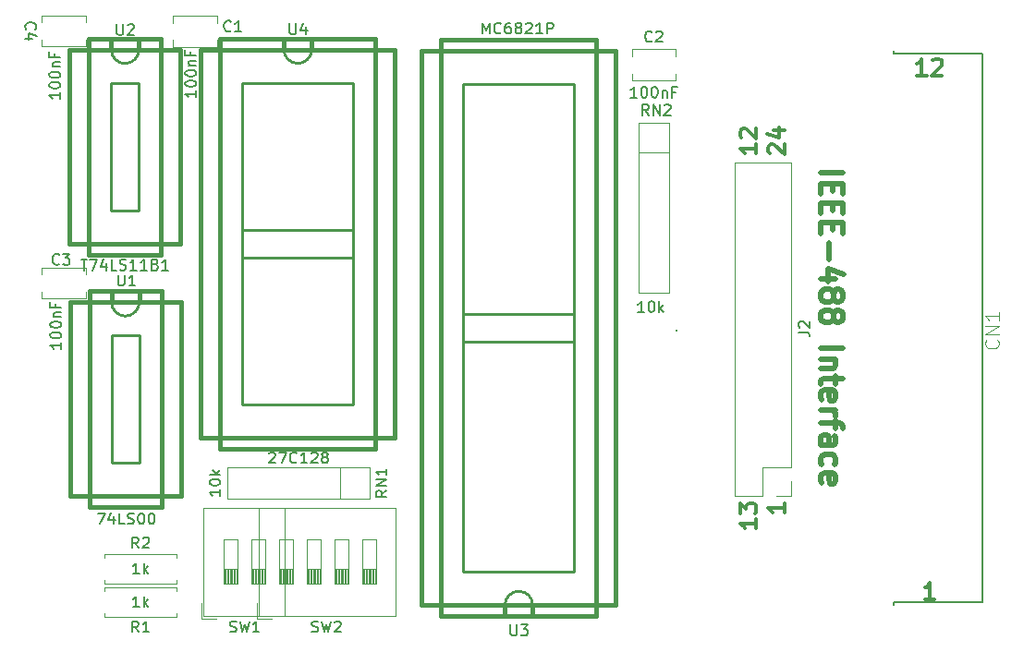
<source format=gto>
G04 #@! TF.GenerationSoftware,KiCad,Pcbnew,(5.1.2-1)-1*
G04 #@! TF.CreationDate,2019-05-25T08:59:50+02:00*
G04 #@! TF.ProjectId,IEC64,49454336-342e-46b6-9963-61645f706362,1.2*
G04 #@! TF.SameCoordinates,Original*
G04 #@! TF.FileFunction,Legend,Top*
G04 #@! TF.FilePolarity,Positive*
%FSLAX46Y46*%
G04 Gerber Fmt 4.6, Leading zero omitted, Abs format (unit mm)*
G04 Created by KiCad (PCBNEW (5.1.2-1)-1) date 2019-05-25 08:59:50*
%MOMM*%
%LPD*%
G04 APERTURE LIST*
%ADD10C,0.300000*%
%ADD11C,0.200000*%
%ADD12C,0.500000*%
%ADD13C,0.120000*%
%ADD14C,0.127000*%
%ADD15C,0.381000*%
%ADD16C,0.254000*%
%ADD17C,0.150000*%
%ADD18C,0.101600*%
G04 APERTURE END LIST*
D10*
X189614285Y-71078571D02*
X188757142Y-71078571D01*
X189185714Y-71078571D02*
X189185714Y-69578571D01*
X189042857Y-69792857D01*
X188900000Y-69935714D01*
X188757142Y-70007142D01*
X190185714Y-69721428D02*
X190257142Y-69650000D01*
X190400000Y-69578571D01*
X190757142Y-69578571D01*
X190900000Y-69650000D01*
X190971428Y-69721428D01*
X191042857Y-69864285D01*
X191042857Y-70007142D01*
X190971428Y-70221428D01*
X190114285Y-71078571D01*
X191042857Y-71078571D01*
X190328571Y-119128571D02*
X189471428Y-119128571D01*
X189900000Y-119128571D02*
X189900000Y-117628571D01*
X189757142Y-117842857D01*
X189614285Y-117985714D01*
X189471428Y-118057142D01*
X174028571Y-77402142D02*
X174028571Y-78259285D01*
X174028571Y-77830714D02*
X172528571Y-77830714D01*
X172742857Y-77973571D01*
X172885714Y-78116428D01*
X172957142Y-78259285D01*
X172671428Y-76830714D02*
X172600000Y-76759285D01*
X172528571Y-76616428D01*
X172528571Y-76259285D01*
X172600000Y-76116428D01*
X172671428Y-76045000D01*
X172814285Y-75973571D01*
X172957142Y-75973571D01*
X173171428Y-76045000D01*
X174028571Y-76902142D01*
X174028571Y-75973571D01*
X175221428Y-78259285D02*
X175150000Y-78187857D01*
X175078571Y-78045000D01*
X175078571Y-77687857D01*
X175150000Y-77545000D01*
X175221428Y-77473571D01*
X175364285Y-77402142D01*
X175507142Y-77402142D01*
X175721428Y-77473571D01*
X176578571Y-78330714D01*
X176578571Y-77402142D01*
X175578571Y-76116428D02*
X176578571Y-76116428D01*
X175007142Y-76473571D02*
X176078571Y-76830714D01*
X176078571Y-75902142D01*
X174028571Y-111764285D02*
X174028571Y-112621428D01*
X174028571Y-112192857D02*
X172528571Y-112192857D01*
X172742857Y-112335714D01*
X172885714Y-112478571D01*
X172957142Y-112621428D01*
X172528571Y-111264285D02*
X172528571Y-110335714D01*
X173100000Y-110835714D01*
X173100000Y-110621428D01*
X173171428Y-110478571D01*
X173242857Y-110407142D01*
X173385714Y-110335714D01*
X173742857Y-110335714D01*
X173885714Y-110407142D01*
X173957142Y-110478571D01*
X174028571Y-110621428D01*
X174028571Y-111050000D01*
X173957142Y-111192857D01*
X173885714Y-111264285D01*
X176578571Y-110335714D02*
X176578571Y-111192857D01*
X176578571Y-110764285D02*
X175078571Y-110764285D01*
X175292857Y-110907142D01*
X175435714Y-111050000D01*
X175507142Y-111192857D01*
D11*
X166700000Y-94400000D02*
X166700000Y-94500000D01*
D12*
X179943238Y-80043523D02*
X181943238Y-80043523D01*
X180990857Y-80995904D02*
X180990857Y-81662571D01*
X179943238Y-81948285D02*
X179943238Y-80995904D01*
X181943238Y-80995904D01*
X181943238Y-81948285D01*
X180990857Y-82805428D02*
X180990857Y-83472095D01*
X179943238Y-83757809D02*
X179943238Y-82805428D01*
X181943238Y-82805428D01*
X181943238Y-83757809D01*
X180990857Y-84614952D02*
X180990857Y-85281619D01*
X179943238Y-85567333D02*
X179943238Y-84614952D01*
X181943238Y-84614952D01*
X181943238Y-85567333D01*
X180705142Y-86424476D02*
X180705142Y-87948285D01*
X181276571Y-89757809D02*
X179943238Y-89757809D01*
X182038476Y-89281619D02*
X180609904Y-88805428D01*
X180609904Y-90043523D01*
X181086095Y-91091142D02*
X181181333Y-90900666D01*
X181276571Y-90805428D01*
X181467047Y-90710190D01*
X181562285Y-90710190D01*
X181752761Y-90805428D01*
X181848000Y-90900666D01*
X181943238Y-91091142D01*
X181943238Y-91472095D01*
X181848000Y-91662571D01*
X181752761Y-91757809D01*
X181562285Y-91853047D01*
X181467047Y-91853047D01*
X181276571Y-91757809D01*
X181181333Y-91662571D01*
X181086095Y-91472095D01*
X181086095Y-91091142D01*
X180990857Y-90900666D01*
X180895619Y-90805428D01*
X180705142Y-90710190D01*
X180324190Y-90710190D01*
X180133714Y-90805428D01*
X180038476Y-90900666D01*
X179943238Y-91091142D01*
X179943238Y-91472095D01*
X180038476Y-91662571D01*
X180133714Y-91757809D01*
X180324190Y-91853047D01*
X180705142Y-91853047D01*
X180895619Y-91757809D01*
X180990857Y-91662571D01*
X181086095Y-91472095D01*
X181086095Y-92995904D02*
X181181333Y-92805428D01*
X181276571Y-92710190D01*
X181467047Y-92614952D01*
X181562285Y-92614952D01*
X181752761Y-92710190D01*
X181848000Y-92805428D01*
X181943238Y-92995904D01*
X181943238Y-93376857D01*
X181848000Y-93567333D01*
X181752761Y-93662571D01*
X181562285Y-93757809D01*
X181467047Y-93757809D01*
X181276571Y-93662571D01*
X181181333Y-93567333D01*
X181086095Y-93376857D01*
X181086095Y-92995904D01*
X180990857Y-92805428D01*
X180895619Y-92710190D01*
X180705142Y-92614952D01*
X180324190Y-92614952D01*
X180133714Y-92710190D01*
X180038476Y-92805428D01*
X179943238Y-92995904D01*
X179943238Y-93376857D01*
X180038476Y-93567333D01*
X180133714Y-93662571D01*
X180324190Y-93757809D01*
X180705142Y-93757809D01*
X180895619Y-93662571D01*
X180990857Y-93567333D01*
X181086095Y-93376857D01*
X179943238Y-96138761D02*
X181943238Y-96138761D01*
X181276571Y-97091142D02*
X179943238Y-97091142D01*
X181086095Y-97091142D02*
X181181333Y-97186380D01*
X181276571Y-97376857D01*
X181276571Y-97662571D01*
X181181333Y-97853047D01*
X180990857Y-97948285D01*
X179943238Y-97948285D01*
X181276571Y-98614952D02*
X181276571Y-99376857D01*
X181943238Y-98900666D02*
X180228952Y-98900666D01*
X180038476Y-98995904D01*
X179943238Y-99186380D01*
X179943238Y-99376857D01*
X180038476Y-100805428D02*
X179943238Y-100614952D01*
X179943238Y-100234000D01*
X180038476Y-100043523D01*
X180228952Y-99948285D01*
X180990857Y-99948285D01*
X181181333Y-100043523D01*
X181276571Y-100234000D01*
X181276571Y-100614952D01*
X181181333Y-100805428D01*
X180990857Y-100900666D01*
X180800380Y-100900666D01*
X180609904Y-99948285D01*
X179943238Y-101757809D02*
X181276571Y-101757809D01*
X180895619Y-101757809D02*
X181086095Y-101853047D01*
X181181333Y-101948285D01*
X181276571Y-102138761D01*
X181276571Y-102329238D01*
X181276571Y-102710190D02*
X181276571Y-103472095D01*
X179943238Y-102995904D02*
X181657523Y-102995904D01*
X181848000Y-103091142D01*
X181943238Y-103281619D01*
X181943238Y-103472095D01*
X179943238Y-104995904D02*
X180990857Y-104995904D01*
X181181333Y-104900666D01*
X181276571Y-104710190D01*
X181276571Y-104329238D01*
X181181333Y-104138761D01*
X180038476Y-104995904D02*
X179943238Y-104805428D01*
X179943238Y-104329238D01*
X180038476Y-104138761D01*
X180228952Y-104043523D01*
X180419428Y-104043523D01*
X180609904Y-104138761D01*
X180705142Y-104329238D01*
X180705142Y-104805428D01*
X180800380Y-104995904D01*
X180038476Y-106805428D02*
X179943238Y-106614952D01*
X179943238Y-106234000D01*
X180038476Y-106043523D01*
X180133714Y-105948285D01*
X180324190Y-105853047D01*
X180895619Y-105853047D01*
X181086095Y-105948285D01*
X181181333Y-106043523D01*
X181276571Y-106234000D01*
X181276571Y-106614952D01*
X181181333Y-106805428D01*
X180038476Y-108424476D02*
X179943238Y-108234000D01*
X179943238Y-107853047D01*
X180038476Y-107662571D01*
X180228952Y-107567333D01*
X180990857Y-107567333D01*
X181181333Y-107662571D01*
X181276571Y-107853047D01*
X181276571Y-108234000D01*
X181181333Y-108424476D01*
X180990857Y-108519714D01*
X180800380Y-108519714D01*
X180609904Y-107567333D01*
D13*
X124645000Y-68470000D02*
X120605000Y-68470000D01*
X124645000Y-65630000D02*
X120605000Y-65630000D01*
X124645000Y-68470000D02*
X124645000Y-67845000D01*
X124645000Y-66255000D02*
X124645000Y-65630000D01*
X120605000Y-68470000D02*
X120605000Y-67845000D01*
X120605000Y-66255000D02*
X120605000Y-65630000D01*
X166645000Y-70920000D02*
X166645000Y-71545000D01*
X166645000Y-68705000D02*
X166645000Y-69330000D01*
X162605000Y-70920000D02*
X162605000Y-71545000D01*
X162605000Y-68705000D02*
X162605000Y-69330000D01*
X162605000Y-71545000D02*
X166645000Y-71545000D01*
X162605000Y-68705000D02*
X166645000Y-68705000D01*
X112570000Y-91545000D02*
X108530000Y-91545000D01*
X112570000Y-88705000D02*
X108530000Y-88705000D01*
X112570000Y-91545000D02*
X112570000Y-90920000D01*
X112570000Y-89330000D02*
X112570000Y-88705000D01*
X108530000Y-91545000D02*
X108530000Y-90920000D01*
X108530000Y-89330000D02*
X108530000Y-88705000D01*
X108555000Y-66230000D02*
X108555000Y-65605000D01*
X108555000Y-68445000D02*
X108555000Y-67820000D01*
X112595000Y-66230000D02*
X112595000Y-65605000D01*
X112595000Y-68445000D02*
X112595000Y-67820000D01*
X112595000Y-65605000D02*
X108555000Y-65605000D01*
X112595000Y-68445000D02*
X108555000Y-68445000D01*
D14*
X194716000Y-119405400D02*
X194716000Y-69115940D01*
X194716000Y-69115940D02*
X186588000Y-69115940D01*
X194716000Y-119405400D02*
X186588000Y-119405400D01*
X186588000Y-119405400D02*
X186588000Y-119659400D01*
X186588000Y-69115940D02*
X186588000Y-68859400D01*
D13*
X177225000Y-109661000D02*
X175895000Y-109661000D01*
X177225000Y-108331000D02*
X177225000Y-109661000D01*
X174625000Y-109661000D02*
X172025000Y-109661000D01*
X174625000Y-107061000D02*
X174625000Y-109661000D01*
X177225000Y-107061000D02*
X174625000Y-107061000D01*
X172025000Y-109661000D02*
X172025000Y-79061000D01*
X177225000Y-107061000D02*
X177225000Y-79061000D01*
X177225000Y-79061000D02*
X172025000Y-79061000D01*
X123402000Y-120638000D02*
X123402000Y-110738000D01*
X130782000Y-120638000D02*
X130782000Y-110738000D01*
X123402000Y-120638000D02*
X130782000Y-120638000D01*
X123402000Y-110738000D02*
X130782000Y-110738000D01*
X123162000Y-120878000D02*
X123162000Y-119494000D01*
X123162000Y-120878000D02*
X124545000Y-120878000D01*
X125187000Y-117718000D02*
X126457000Y-117718000D01*
X126457000Y-117718000D02*
X126457000Y-113658000D01*
X126457000Y-113658000D02*
X125187000Y-113658000D01*
X125187000Y-113658000D02*
X125187000Y-117718000D01*
X125307000Y-117718000D02*
X125307000Y-116364667D01*
X125427000Y-117718000D02*
X125427000Y-116364667D01*
X125547000Y-117718000D02*
X125547000Y-116364667D01*
X125667000Y-117718000D02*
X125667000Y-116364667D01*
X125787000Y-117718000D02*
X125787000Y-116364667D01*
X125907000Y-117718000D02*
X125907000Y-116364667D01*
X126027000Y-117718000D02*
X126027000Y-116364667D01*
X126147000Y-117718000D02*
X126147000Y-116364667D01*
X126267000Y-117718000D02*
X126267000Y-116364667D01*
X126387000Y-117718000D02*
X126387000Y-116364667D01*
X125187000Y-116364667D02*
X126457000Y-116364667D01*
X127727000Y-117718000D02*
X128997000Y-117718000D01*
X128997000Y-117718000D02*
X128997000Y-113658000D01*
X128997000Y-113658000D02*
X127727000Y-113658000D01*
X127727000Y-113658000D02*
X127727000Y-117718000D01*
X127847000Y-117718000D02*
X127847000Y-116364667D01*
X127967000Y-117718000D02*
X127967000Y-116364667D01*
X128087000Y-117718000D02*
X128087000Y-116364667D01*
X128207000Y-117718000D02*
X128207000Y-116364667D01*
X128327000Y-117718000D02*
X128327000Y-116364667D01*
X128447000Y-117718000D02*
X128447000Y-116364667D01*
X128567000Y-117718000D02*
X128567000Y-116364667D01*
X128687000Y-117718000D02*
X128687000Y-116364667D01*
X128807000Y-117718000D02*
X128807000Y-116364667D01*
X128927000Y-117718000D02*
X128927000Y-116364667D01*
X127727000Y-116364667D02*
X128997000Y-116364667D01*
X128482000Y-120638000D02*
X128482000Y-110738000D01*
X140942000Y-120638000D02*
X140942000Y-110738000D01*
X128482000Y-120638000D02*
X140942000Y-120638000D01*
X128482000Y-110738000D02*
X140942000Y-110738000D01*
X128242000Y-120878000D02*
X128242000Y-119494000D01*
X128242000Y-120878000D02*
X129625000Y-120878000D01*
X130267000Y-117718000D02*
X131537000Y-117718000D01*
X131537000Y-117718000D02*
X131537000Y-113658000D01*
X131537000Y-113658000D02*
X130267000Y-113658000D01*
X130267000Y-113658000D02*
X130267000Y-117718000D01*
X130387000Y-117718000D02*
X130387000Y-116364667D01*
X130507000Y-117718000D02*
X130507000Y-116364667D01*
X130627000Y-117718000D02*
X130627000Y-116364667D01*
X130747000Y-117718000D02*
X130747000Y-116364667D01*
X130867000Y-117718000D02*
X130867000Y-116364667D01*
X130987000Y-117718000D02*
X130987000Y-116364667D01*
X131107000Y-117718000D02*
X131107000Y-116364667D01*
X131227000Y-117718000D02*
X131227000Y-116364667D01*
X131347000Y-117718000D02*
X131347000Y-116364667D01*
X131467000Y-117718000D02*
X131467000Y-116364667D01*
X130267000Y-116364667D02*
X131537000Y-116364667D01*
X132807000Y-117718000D02*
X134077000Y-117718000D01*
X134077000Y-117718000D02*
X134077000Y-113658000D01*
X134077000Y-113658000D02*
X132807000Y-113658000D01*
X132807000Y-113658000D02*
X132807000Y-117718000D01*
X132927000Y-117718000D02*
X132927000Y-116364667D01*
X133047000Y-117718000D02*
X133047000Y-116364667D01*
X133167000Y-117718000D02*
X133167000Y-116364667D01*
X133287000Y-117718000D02*
X133287000Y-116364667D01*
X133407000Y-117718000D02*
X133407000Y-116364667D01*
X133527000Y-117718000D02*
X133527000Y-116364667D01*
X133647000Y-117718000D02*
X133647000Y-116364667D01*
X133767000Y-117718000D02*
X133767000Y-116364667D01*
X133887000Y-117718000D02*
X133887000Y-116364667D01*
X134007000Y-117718000D02*
X134007000Y-116364667D01*
X132807000Y-116364667D02*
X134077000Y-116364667D01*
X135347000Y-117718000D02*
X136617000Y-117718000D01*
X136617000Y-117718000D02*
X136617000Y-113658000D01*
X136617000Y-113658000D02*
X135347000Y-113658000D01*
X135347000Y-113658000D02*
X135347000Y-117718000D01*
X135467000Y-117718000D02*
X135467000Y-116364667D01*
X135587000Y-117718000D02*
X135587000Y-116364667D01*
X135707000Y-117718000D02*
X135707000Y-116364667D01*
X135827000Y-117718000D02*
X135827000Y-116364667D01*
X135947000Y-117718000D02*
X135947000Y-116364667D01*
X136067000Y-117718000D02*
X136067000Y-116364667D01*
X136187000Y-117718000D02*
X136187000Y-116364667D01*
X136307000Y-117718000D02*
X136307000Y-116364667D01*
X136427000Y-117718000D02*
X136427000Y-116364667D01*
X136547000Y-117718000D02*
X136547000Y-116364667D01*
X135347000Y-116364667D02*
X136617000Y-116364667D01*
X137887000Y-117718000D02*
X139157000Y-117718000D01*
X139157000Y-117718000D02*
X139157000Y-113658000D01*
X139157000Y-113658000D02*
X137887000Y-113658000D01*
X137887000Y-113658000D02*
X137887000Y-117718000D01*
X138007000Y-117718000D02*
X138007000Y-116364667D01*
X138127000Y-117718000D02*
X138127000Y-116364667D01*
X138247000Y-117718000D02*
X138247000Y-116364667D01*
X138367000Y-117718000D02*
X138367000Y-116364667D01*
X138487000Y-117718000D02*
X138487000Y-116364667D01*
X138607000Y-117718000D02*
X138607000Y-116364667D01*
X138727000Y-117718000D02*
X138727000Y-116364667D01*
X138847000Y-117718000D02*
X138847000Y-116364667D01*
X138967000Y-117718000D02*
X138967000Y-116364667D01*
X139087000Y-117718000D02*
X139087000Y-116364667D01*
X137887000Y-116364667D02*
X139157000Y-116364667D01*
D15*
X121302000Y-109664000D02*
X121302000Y-91884000D01*
X111142000Y-91884000D02*
X111142000Y-109664000D01*
X112920000Y-110680000D02*
X112920000Y-90868000D01*
X119524000Y-90868000D02*
X119524000Y-110680000D01*
D16*
X114952000Y-106616000D02*
X114952000Y-94932000D01*
X117492000Y-94932000D02*
X117492000Y-106616000D01*
X116222000Y-93154000D02*
G75*
G03X117492000Y-91884000I0J1270000D01*
G01*
X114952000Y-91884000D02*
G75*
G03X116222000Y-93154000I1270000J0D01*
G01*
D15*
X114952000Y-91884000D02*
X114952000Y-90868000D01*
X117492000Y-91884000D02*
X117492000Y-90868000D01*
D16*
X117492000Y-94932000D02*
X114952000Y-94932000D01*
X114952000Y-106616000D02*
X117492000Y-106616000D01*
D15*
X121302000Y-109664000D02*
X111142000Y-109664000D01*
X111142000Y-91884000D02*
X121302000Y-91884000D01*
X119524000Y-110680000D02*
X112920000Y-110680000D01*
X112920000Y-90868000D02*
X119524000Y-90868000D01*
X112890000Y-67716000D02*
X119494000Y-67716000D01*
X119494000Y-87528000D02*
X112890000Y-87528000D01*
X111112000Y-68732000D02*
X121272000Y-68732000D01*
X121272000Y-86512000D02*
X111112000Y-86512000D01*
D16*
X114922000Y-83464000D02*
X117462000Y-83464000D01*
X117462000Y-71780000D02*
X114922000Y-71780000D01*
D15*
X117462000Y-68732000D02*
X117462000Y-67716000D01*
X114922000Y-68732000D02*
X114922000Y-67716000D01*
D16*
X114922000Y-68732000D02*
G75*
G03X116192000Y-70002000I1270000J0D01*
G01*
X116192000Y-70002000D02*
G75*
G03X117462000Y-68732000I0J1270000D01*
G01*
X117462000Y-71780000D02*
X117462000Y-83464000D01*
X114922000Y-83464000D02*
X114922000Y-71780000D01*
D15*
X119494000Y-67716000D02*
X119494000Y-87528000D01*
X112890000Y-87528000D02*
X112890000Y-67716000D01*
X111112000Y-68732000D02*
X111112000Y-86512000D01*
X121272000Y-86512000D02*
X121272000Y-68732000D01*
D16*
X147186000Y-116602000D02*
X147186000Y-71898000D01*
X157346000Y-71898000D02*
X157346000Y-116602000D01*
D15*
X161156000Y-119650000D02*
X161156000Y-68850000D01*
X159378000Y-67834000D02*
X159378000Y-120666000D01*
X143376000Y-119650000D02*
X143376000Y-68850000D01*
X145154000Y-67834000D02*
X145154000Y-120666000D01*
X159378000Y-67834000D02*
X145154000Y-67834000D01*
X143376000Y-68850000D02*
X161156000Y-68850000D01*
X161156000Y-119650000D02*
X143376000Y-119650000D01*
X145154000Y-120666000D02*
X159378000Y-120666000D01*
D16*
X147186000Y-95520000D02*
X157346000Y-95520000D01*
X157346000Y-92980000D02*
X147186000Y-92980000D01*
X147186000Y-71898000D02*
X157346000Y-71898000D01*
X147186000Y-116602000D02*
X157346000Y-116602000D01*
D15*
X150996000Y-119650000D02*
X153536000Y-119650000D01*
D16*
X152266000Y-118380000D02*
G75*
G03X150996000Y-119650000I0J-1270000D01*
G01*
X153536000Y-119650000D02*
G75*
G03X152266000Y-118380000I-1270000J0D01*
G01*
D15*
X153536000Y-119650000D02*
X153536000Y-120666000D01*
X150996000Y-119650000D02*
X150996000Y-120666000D01*
X124904000Y-105302000D02*
X139128000Y-105302000D01*
X140906000Y-104286000D02*
X123126000Y-104286000D01*
X123126000Y-68726000D02*
X140906000Y-68726000D01*
X139128000Y-67710000D02*
X124904000Y-67710000D01*
D16*
X137096000Y-85236000D02*
X126936000Y-85236000D01*
X126936000Y-87776000D02*
X137096000Y-87776000D01*
X137096000Y-101238000D02*
X126936000Y-101238000D01*
X137096000Y-71774000D02*
X126936000Y-71774000D01*
D15*
X140906000Y-68726000D02*
X140906000Y-104286000D01*
X139128000Y-105302000D02*
X139128000Y-67710000D01*
X123126000Y-68726000D02*
X123126000Y-104286000D01*
X124904000Y-105302000D02*
X124904000Y-67710000D01*
D16*
X126936000Y-71774000D02*
X126936000Y-101238000D01*
X137096000Y-101238000D02*
X137096000Y-71774000D01*
D15*
X133286000Y-68726000D02*
X130746000Y-68726000D01*
D16*
X132016000Y-69996000D02*
G75*
G03X133286000Y-68726000I0J1270000D01*
G01*
X130746000Y-68726000D02*
G75*
G03X132016000Y-69996000I1270000J0D01*
G01*
D15*
X130746000Y-68726000D02*
X130746000Y-67710000D01*
X133286000Y-68726000D02*
X133286000Y-67710000D01*
D13*
X138600000Y-109858000D02*
X138600000Y-107058000D01*
X138600000Y-107058000D02*
X125560000Y-107058000D01*
X125560000Y-107058000D02*
X125560000Y-109858000D01*
X125560000Y-109858000D02*
X138600000Y-109858000D01*
X135890000Y-109858000D02*
X135890000Y-107058000D01*
X166000000Y-75410000D02*
X163200000Y-75410000D01*
X163200000Y-75410000D02*
X163200000Y-90990000D01*
X163200000Y-90990000D02*
X166000000Y-90990000D01*
X166000000Y-90990000D02*
X166000000Y-75410000D01*
X166000000Y-78120000D02*
X163200000Y-78120000D01*
X114332000Y-118340000D02*
X114332000Y-118010000D01*
X114332000Y-118010000D02*
X120872000Y-118010000D01*
X120872000Y-118010000D02*
X120872000Y-118340000D01*
X114332000Y-120420000D02*
X114332000Y-120750000D01*
X114332000Y-120750000D02*
X120872000Y-120750000D01*
X120872000Y-120750000D02*
X120872000Y-120420000D01*
X120872000Y-117702000D02*
X120872000Y-117372000D01*
X114332000Y-117702000D02*
X120872000Y-117702000D01*
X114332000Y-117372000D02*
X114332000Y-117702000D01*
X120872000Y-114962000D02*
X120872000Y-115292000D01*
X114332000Y-114962000D02*
X120872000Y-114962000D01*
X114332000Y-115292000D02*
X114332000Y-114962000D01*
D17*
X125883333Y-66982142D02*
X125835714Y-67029761D01*
X125692857Y-67077380D01*
X125597619Y-67077380D01*
X125454761Y-67029761D01*
X125359523Y-66934523D01*
X125311904Y-66839285D01*
X125264285Y-66648809D01*
X125264285Y-66505952D01*
X125311904Y-66315476D01*
X125359523Y-66220238D01*
X125454761Y-66125000D01*
X125597619Y-66077380D01*
X125692857Y-66077380D01*
X125835714Y-66125000D01*
X125883333Y-66172619D01*
X126835714Y-67077380D02*
X126264285Y-67077380D01*
X126550000Y-67077380D02*
X126550000Y-66077380D01*
X126454761Y-66220238D01*
X126359523Y-66315476D01*
X126264285Y-66363095D01*
X122702380Y-72497619D02*
X122702380Y-73069047D01*
X122702380Y-72783333D02*
X121702380Y-72783333D01*
X121845238Y-72878571D01*
X121940476Y-72973809D01*
X121988095Y-73069047D01*
X121702380Y-71878571D02*
X121702380Y-71783333D01*
X121750000Y-71688095D01*
X121797619Y-71640476D01*
X121892857Y-71592857D01*
X122083333Y-71545238D01*
X122321428Y-71545238D01*
X122511904Y-71592857D01*
X122607142Y-71640476D01*
X122654761Y-71688095D01*
X122702380Y-71783333D01*
X122702380Y-71878571D01*
X122654761Y-71973809D01*
X122607142Y-72021428D01*
X122511904Y-72069047D01*
X122321428Y-72116666D01*
X122083333Y-72116666D01*
X121892857Y-72069047D01*
X121797619Y-72021428D01*
X121750000Y-71973809D01*
X121702380Y-71878571D01*
X121702380Y-70926190D02*
X121702380Y-70830952D01*
X121750000Y-70735714D01*
X121797619Y-70688095D01*
X121892857Y-70640476D01*
X122083333Y-70592857D01*
X122321428Y-70592857D01*
X122511904Y-70640476D01*
X122607142Y-70688095D01*
X122654761Y-70735714D01*
X122702380Y-70830952D01*
X122702380Y-70926190D01*
X122654761Y-71021428D01*
X122607142Y-71069047D01*
X122511904Y-71116666D01*
X122321428Y-71164285D01*
X122083333Y-71164285D01*
X121892857Y-71116666D01*
X121797619Y-71069047D01*
X121750000Y-71021428D01*
X121702380Y-70926190D01*
X122035714Y-70164285D02*
X122702380Y-70164285D01*
X122130952Y-70164285D02*
X122083333Y-70116666D01*
X122035714Y-70021428D01*
X122035714Y-69878571D01*
X122083333Y-69783333D01*
X122178571Y-69735714D01*
X122702380Y-69735714D01*
X122178571Y-68926190D02*
X122178571Y-69259523D01*
X122702380Y-69259523D02*
X121702380Y-69259523D01*
X121702380Y-68783333D01*
X164458333Y-67932142D02*
X164410714Y-67979761D01*
X164267857Y-68027380D01*
X164172619Y-68027380D01*
X164029761Y-67979761D01*
X163934523Y-67884523D01*
X163886904Y-67789285D01*
X163839285Y-67598809D01*
X163839285Y-67455952D01*
X163886904Y-67265476D01*
X163934523Y-67170238D01*
X164029761Y-67075000D01*
X164172619Y-67027380D01*
X164267857Y-67027380D01*
X164410714Y-67075000D01*
X164458333Y-67122619D01*
X164839285Y-67122619D02*
X164886904Y-67075000D01*
X164982142Y-67027380D01*
X165220238Y-67027380D01*
X165315476Y-67075000D01*
X165363095Y-67122619D01*
X165410714Y-67217857D01*
X165410714Y-67313095D01*
X165363095Y-67455952D01*
X164791666Y-68027380D01*
X165410714Y-68027380D01*
X163077380Y-73127380D02*
X162505952Y-73127380D01*
X162791666Y-73127380D02*
X162791666Y-72127380D01*
X162696428Y-72270238D01*
X162601190Y-72365476D01*
X162505952Y-72413095D01*
X163696428Y-72127380D02*
X163791666Y-72127380D01*
X163886904Y-72175000D01*
X163934523Y-72222619D01*
X163982142Y-72317857D01*
X164029761Y-72508333D01*
X164029761Y-72746428D01*
X163982142Y-72936904D01*
X163934523Y-73032142D01*
X163886904Y-73079761D01*
X163791666Y-73127380D01*
X163696428Y-73127380D01*
X163601190Y-73079761D01*
X163553571Y-73032142D01*
X163505952Y-72936904D01*
X163458333Y-72746428D01*
X163458333Y-72508333D01*
X163505952Y-72317857D01*
X163553571Y-72222619D01*
X163601190Y-72175000D01*
X163696428Y-72127380D01*
X164648809Y-72127380D02*
X164744047Y-72127380D01*
X164839285Y-72175000D01*
X164886904Y-72222619D01*
X164934523Y-72317857D01*
X164982142Y-72508333D01*
X164982142Y-72746428D01*
X164934523Y-72936904D01*
X164886904Y-73032142D01*
X164839285Y-73079761D01*
X164744047Y-73127380D01*
X164648809Y-73127380D01*
X164553571Y-73079761D01*
X164505952Y-73032142D01*
X164458333Y-72936904D01*
X164410714Y-72746428D01*
X164410714Y-72508333D01*
X164458333Y-72317857D01*
X164505952Y-72222619D01*
X164553571Y-72175000D01*
X164648809Y-72127380D01*
X165410714Y-72460714D02*
X165410714Y-73127380D01*
X165410714Y-72555952D02*
X165458333Y-72508333D01*
X165553571Y-72460714D01*
X165696428Y-72460714D01*
X165791666Y-72508333D01*
X165839285Y-72603571D01*
X165839285Y-73127380D01*
X166648809Y-72603571D02*
X166315476Y-72603571D01*
X166315476Y-73127380D02*
X166315476Y-72127380D01*
X166791666Y-72127380D01*
X110158333Y-88357142D02*
X110110714Y-88404761D01*
X109967857Y-88452380D01*
X109872619Y-88452380D01*
X109729761Y-88404761D01*
X109634523Y-88309523D01*
X109586904Y-88214285D01*
X109539285Y-88023809D01*
X109539285Y-87880952D01*
X109586904Y-87690476D01*
X109634523Y-87595238D01*
X109729761Y-87500000D01*
X109872619Y-87452380D01*
X109967857Y-87452380D01*
X110110714Y-87500000D01*
X110158333Y-87547619D01*
X110491666Y-87452380D02*
X111110714Y-87452380D01*
X110777380Y-87833333D01*
X110920238Y-87833333D01*
X111015476Y-87880952D01*
X111063095Y-87928571D01*
X111110714Y-88023809D01*
X111110714Y-88261904D01*
X111063095Y-88357142D01*
X111015476Y-88404761D01*
X110920238Y-88452380D01*
X110634523Y-88452380D01*
X110539285Y-88404761D01*
X110491666Y-88357142D01*
X110327380Y-95572619D02*
X110327380Y-96144047D01*
X110327380Y-95858333D02*
X109327380Y-95858333D01*
X109470238Y-95953571D01*
X109565476Y-96048809D01*
X109613095Y-96144047D01*
X109327380Y-94953571D02*
X109327380Y-94858333D01*
X109375000Y-94763095D01*
X109422619Y-94715476D01*
X109517857Y-94667857D01*
X109708333Y-94620238D01*
X109946428Y-94620238D01*
X110136904Y-94667857D01*
X110232142Y-94715476D01*
X110279761Y-94763095D01*
X110327380Y-94858333D01*
X110327380Y-94953571D01*
X110279761Y-95048809D01*
X110232142Y-95096428D01*
X110136904Y-95144047D01*
X109946428Y-95191666D01*
X109708333Y-95191666D01*
X109517857Y-95144047D01*
X109422619Y-95096428D01*
X109375000Y-95048809D01*
X109327380Y-94953571D01*
X109327380Y-94001190D02*
X109327380Y-93905952D01*
X109375000Y-93810714D01*
X109422619Y-93763095D01*
X109517857Y-93715476D01*
X109708333Y-93667857D01*
X109946428Y-93667857D01*
X110136904Y-93715476D01*
X110232142Y-93763095D01*
X110279761Y-93810714D01*
X110327380Y-93905952D01*
X110327380Y-94001190D01*
X110279761Y-94096428D01*
X110232142Y-94144047D01*
X110136904Y-94191666D01*
X109946428Y-94239285D01*
X109708333Y-94239285D01*
X109517857Y-94191666D01*
X109422619Y-94144047D01*
X109375000Y-94096428D01*
X109327380Y-94001190D01*
X109660714Y-93239285D02*
X110327380Y-93239285D01*
X109755952Y-93239285D02*
X109708333Y-93191666D01*
X109660714Y-93096428D01*
X109660714Y-92953571D01*
X109708333Y-92858333D01*
X109803571Y-92810714D01*
X110327380Y-92810714D01*
X109803571Y-92001190D02*
X109803571Y-92334523D01*
X110327380Y-92334523D02*
X109327380Y-92334523D01*
X109327380Y-91858333D01*
X107137857Y-66858333D02*
X107090238Y-66810714D01*
X107042619Y-66667857D01*
X107042619Y-66572619D01*
X107090238Y-66429761D01*
X107185476Y-66334523D01*
X107280714Y-66286904D01*
X107471190Y-66239285D01*
X107614047Y-66239285D01*
X107804523Y-66286904D01*
X107899761Y-66334523D01*
X107995000Y-66429761D01*
X108042619Y-66572619D01*
X108042619Y-66667857D01*
X107995000Y-66810714D01*
X107947380Y-66858333D01*
X107709285Y-67715476D02*
X107042619Y-67715476D01*
X108090238Y-67477380D02*
X107375952Y-67239285D01*
X107375952Y-67858333D01*
X110252380Y-72647619D02*
X110252380Y-73219047D01*
X110252380Y-72933333D02*
X109252380Y-72933333D01*
X109395238Y-73028571D01*
X109490476Y-73123809D01*
X109538095Y-73219047D01*
X109252380Y-72028571D02*
X109252380Y-71933333D01*
X109300000Y-71838095D01*
X109347619Y-71790476D01*
X109442857Y-71742857D01*
X109633333Y-71695238D01*
X109871428Y-71695238D01*
X110061904Y-71742857D01*
X110157142Y-71790476D01*
X110204761Y-71838095D01*
X110252380Y-71933333D01*
X110252380Y-72028571D01*
X110204761Y-72123809D01*
X110157142Y-72171428D01*
X110061904Y-72219047D01*
X109871428Y-72266666D01*
X109633333Y-72266666D01*
X109442857Y-72219047D01*
X109347619Y-72171428D01*
X109300000Y-72123809D01*
X109252380Y-72028571D01*
X109252380Y-71076190D02*
X109252380Y-70980952D01*
X109300000Y-70885714D01*
X109347619Y-70838095D01*
X109442857Y-70790476D01*
X109633333Y-70742857D01*
X109871428Y-70742857D01*
X110061904Y-70790476D01*
X110157142Y-70838095D01*
X110204761Y-70885714D01*
X110252380Y-70980952D01*
X110252380Y-71076190D01*
X110204761Y-71171428D01*
X110157142Y-71219047D01*
X110061904Y-71266666D01*
X109871428Y-71314285D01*
X109633333Y-71314285D01*
X109442857Y-71266666D01*
X109347619Y-71219047D01*
X109300000Y-71171428D01*
X109252380Y-71076190D01*
X109585714Y-70314285D02*
X110252380Y-70314285D01*
X109680952Y-70314285D02*
X109633333Y-70266666D01*
X109585714Y-70171428D01*
X109585714Y-70028571D01*
X109633333Y-69933333D01*
X109728571Y-69885714D01*
X110252380Y-69885714D01*
X109728571Y-69076190D02*
X109728571Y-69409523D01*
X110252380Y-69409523D02*
X109252380Y-69409523D01*
X109252380Y-68933333D01*
D18*
X196119571Y-95351304D02*
X196180047Y-95411780D01*
X196240523Y-95593209D01*
X196240523Y-95714161D01*
X196180047Y-95895590D01*
X196059095Y-96016542D01*
X195938142Y-96077019D01*
X195696238Y-96137495D01*
X195514809Y-96137495D01*
X195272904Y-96077019D01*
X195151952Y-96016542D01*
X195031000Y-95895590D01*
X194970523Y-95714161D01*
X194970523Y-95593209D01*
X195031000Y-95411780D01*
X195091476Y-95351304D01*
X196240523Y-94807019D02*
X194970523Y-94807019D01*
X196240523Y-94081304D01*
X194970523Y-94081304D01*
X196240523Y-92811304D02*
X196240523Y-93537019D01*
X196240523Y-93174161D02*
X194970523Y-93174161D01*
X195151952Y-93295114D01*
X195272904Y-93416066D01*
X195333380Y-93537019D01*
D17*
X177897380Y-94636333D02*
X178611666Y-94636333D01*
X178754523Y-94683952D01*
X178849761Y-94779190D01*
X178897380Y-94922047D01*
X178897380Y-95017285D01*
X177992619Y-94207761D02*
X177945000Y-94160142D01*
X177897380Y-94064904D01*
X177897380Y-93826809D01*
X177945000Y-93731571D01*
X177992619Y-93683952D01*
X178087857Y-93636333D01*
X178183095Y-93636333D01*
X178325952Y-93683952D01*
X178897380Y-94255380D01*
X178897380Y-93636333D01*
X125808666Y-122070761D02*
X125951523Y-122118380D01*
X126189619Y-122118380D01*
X126284857Y-122070761D01*
X126332476Y-122023142D01*
X126380095Y-121927904D01*
X126380095Y-121832666D01*
X126332476Y-121737428D01*
X126284857Y-121689809D01*
X126189619Y-121642190D01*
X125999142Y-121594571D01*
X125903904Y-121546952D01*
X125856285Y-121499333D01*
X125808666Y-121404095D01*
X125808666Y-121308857D01*
X125856285Y-121213619D01*
X125903904Y-121166000D01*
X125999142Y-121118380D01*
X126237238Y-121118380D01*
X126380095Y-121166000D01*
X126713428Y-121118380D02*
X126951523Y-122118380D01*
X127142000Y-121404095D01*
X127332476Y-122118380D01*
X127570571Y-121118380D01*
X128475333Y-122118380D02*
X127903904Y-122118380D01*
X128189619Y-122118380D02*
X128189619Y-121118380D01*
X128094380Y-121261238D01*
X127999142Y-121356476D01*
X127903904Y-121404095D01*
X133308666Y-122070761D02*
X133451523Y-122118380D01*
X133689619Y-122118380D01*
X133784857Y-122070761D01*
X133832476Y-122023142D01*
X133880095Y-121927904D01*
X133880095Y-121832666D01*
X133832476Y-121737428D01*
X133784857Y-121689809D01*
X133689619Y-121642190D01*
X133499142Y-121594571D01*
X133403904Y-121546952D01*
X133356285Y-121499333D01*
X133308666Y-121404095D01*
X133308666Y-121308857D01*
X133356285Y-121213619D01*
X133403904Y-121166000D01*
X133499142Y-121118380D01*
X133737238Y-121118380D01*
X133880095Y-121166000D01*
X134213428Y-121118380D02*
X134451523Y-122118380D01*
X134642000Y-121404095D01*
X134832476Y-122118380D01*
X135070571Y-121118380D01*
X135403904Y-121213619D02*
X135451523Y-121166000D01*
X135546761Y-121118380D01*
X135784857Y-121118380D01*
X135880095Y-121166000D01*
X135927714Y-121213619D01*
X135975333Y-121308857D01*
X135975333Y-121404095D01*
X135927714Y-121546952D01*
X135356285Y-122118380D01*
X135975333Y-122118380D01*
X115558095Y-89368380D02*
X115558095Y-90177904D01*
X115605714Y-90273142D01*
X115653333Y-90320761D01*
X115748571Y-90368380D01*
X115939047Y-90368380D01*
X116034285Y-90320761D01*
X116081904Y-90273142D01*
X116129523Y-90177904D01*
X116129523Y-89368380D01*
X117129523Y-90368380D02*
X116558095Y-90368380D01*
X116843809Y-90368380D02*
X116843809Y-89368380D01*
X116748571Y-89511238D01*
X116653333Y-89606476D01*
X116558095Y-89654095D01*
X113677142Y-111212380D02*
X114343809Y-111212380D01*
X113915238Y-112212380D01*
X115153333Y-111545714D02*
X115153333Y-112212380D01*
X114915238Y-111164761D02*
X114677142Y-111879047D01*
X115296190Y-111879047D01*
X116153333Y-112212380D02*
X115677142Y-112212380D01*
X115677142Y-111212380D01*
X116439047Y-112164761D02*
X116581904Y-112212380D01*
X116820000Y-112212380D01*
X116915238Y-112164761D01*
X116962857Y-112117142D01*
X117010476Y-112021904D01*
X117010476Y-111926666D01*
X116962857Y-111831428D01*
X116915238Y-111783809D01*
X116820000Y-111736190D01*
X116629523Y-111688571D01*
X116534285Y-111640952D01*
X116486666Y-111593333D01*
X116439047Y-111498095D01*
X116439047Y-111402857D01*
X116486666Y-111307619D01*
X116534285Y-111260000D01*
X116629523Y-111212380D01*
X116867619Y-111212380D01*
X117010476Y-111260000D01*
X117629523Y-111212380D02*
X117724761Y-111212380D01*
X117820000Y-111260000D01*
X117867619Y-111307619D01*
X117915238Y-111402857D01*
X117962857Y-111593333D01*
X117962857Y-111831428D01*
X117915238Y-112021904D01*
X117867619Y-112117142D01*
X117820000Y-112164761D01*
X117724761Y-112212380D01*
X117629523Y-112212380D01*
X117534285Y-112164761D01*
X117486666Y-112117142D01*
X117439047Y-112021904D01*
X117391428Y-111831428D01*
X117391428Y-111593333D01*
X117439047Y-111402857D01*
X117486666Y-111307619D01*
X117534285Y-111260000D01*
X117629523Y-111212380D01*
X118581904Y-111212380D02*
X118677142Y-111212380D01*
X118772380Y-111260000D01*
X118820000Y-111307619D01*
X118867619Y-111402857D01*
X118915238Y-111593333D01*
X118915238Y-111831428D01*
X118867619Y-112021904D01*
X118820000Y-112117142D01*
X118772380Y-112164761D01*
X118677142Y-112212380D01*
X118581904Y-112212380D01*
X118486666Y-112164761D01*
X118439047Y-112117142D01*
X118391428Y-112021904D01*
X118343809Y-111831428D01*
X118343809Y-111593333D01*
X118391428Y-111402857D01*
X118439047Y-111307619D01*
X118486666Y-111260000D01*
X118581904Y-111212380D01*
X115430095Y-66394380D02*
X115430095Y-67203904D01*
X115477714Y-67299142D01*
X115525333Y-67346761D01*
X115620571Y-67394380D01*
X115811047Y-67394380D01*
X115906285Y-67346761D01*
X115953904Y-67299142D01*
X116001523Y-67203904D01*
X116001523Y-66394380D01*
X116430095Y-66489619D02*
X116477714Y-66442000D01*
X116572952Y-66394380D01*
X116811047Y-66394380D01*
X116906285Y-66442000D01*
X116953904Y-66489619D01*
X117001523Y-66584857D01*
X117001523Y-66680095D01*
X116953904Y-66822952D01*
X116382476Y-67394380D01*
X117001523Y-67394380D01*
X112144380Y-87944380D02*
X112715809Y-87944380D01*
X112430095Y-88944380D02*
X112430095Y-87944380D01*
X112953904Y-87944380D02*
X113620571Y-87944380D01*
X113192000Y-88944380D01*
X114430095Y-88277714D02*
X114430095Y-88944380D01*
X114192000Y-87896761D02*
X113953904Y-88611047D01*
X114572952Y-88611047D01*
X115430095Y-88944380D02*
X114953904Y-88944380D01*
X114953904Y-87944380D01*
X115715809Y-88896761D02*
X115858666Y-88944380D01*
X116096761Y-88944380D01*
X116192000Y-88896761D01*
X116239619Y-88849142D01*
X116287238Y-88753904D01*
X116287238Y-88658666D01*
X116239619Y-88563428D01*
X116192000Y-88515809D01*
X116096761Y-88468190D01*
X115906285Y-88420571D01*
X115811047Y-88372952D01*
X115763428Y-88325333D01*
X115715809Y-88230095D01*
X115715809Y-88134857D01*
X115763428Y-88039619D01*
X115811047Y-87992000D01*
X115906285Y-87944380D01*
X116144380Y-87944380D01*
X116287238Y-87992000D01*
X117239619Y-88944380D02*
X116668190Y-88944380D01*
X116953904Y-88944380D02*
X116953904Y-87944380D01*
X116858666Y-88087238D01*
X116763428Y-88182476D01*
X116668190Y-88230095D01*
X118192000Y-88944380D02*
X117620571Y-88944380D01*
X117906285Y-88944380D02*
X117906285Y-87944380D01*
X117811047Y-88087238D01*
X117715809Y-88182476D01*
X117620571Y-88230095D01*
X118953904Y-88420571D02*
X119096761Y-88468190D01*
X119144380Y-88515809D01*
X119192000Y-88611047D01*
X119192000Y-88753904D01*
X119144380Y-88849142D01*
X119096761Y-88896761D01*
X119001523Y-88944380D01*
X118620571Y-88944380D01*
X118620571Y-87944380D01*
X118953904Y-87944380D01*
X119049142Y-87992000D01*
X119096761Y-88039619D01*
X119144380Y-88134857D01*
X119144380Y-88230095D01*
X119096761Y-88325333D01*
X119049142Y-88372952D01*
X118953904Y-88420571D01*
X118620571Y-88420571D01*
X120144380Y-88944380D02*
X119572952Y-88944380D01*
X119858666Y-88944380D02*
X119858666Y-87944380D01*
X119763428Y-88087238D01*
X119668190Y-88182476D01*
X119572952Y-88230095D01*
X151504095Y-121452380D02*
X151504095Y-122261904D01*
X151551714Y-122357142D01*
X151599333Y-122404761D01*
X151694571Y-122452380D01*
X151885047Y-122452380D01*
X151980285Y-122404761D01*
X152027904Y-122357142D01*
X152075523Y-122261904D01*
X152075523Y-121452380D01*
X152456476Y-121452380D02*
X153075523Y-121452380D01*
X152742190Y-121833333D01*
X152885047Y-121833333D01*
X152980285Y-121880952D01*
X153027904Y-121928571D01*
X153075523Y-122023809D01*
X153075523Y-122261904D01*
X153027904Y-122357142D01*
X152980285Y-122404761D01*
X152885047Y-122452380D01*
X152599333Y-122452380D01*
X152504095Y-122404761D01*
X152456476Y-122357142D01*
X148907904Y-67254380D02*
X148907904Y-66254380D01*
X149241238Y-66968666D01*
X149574571Y-66254380D01*
X149574571Y-67254380D01*
X150622190Y-67159142D02*
X150574571Y-67206761D01*
X150431714Y-67254380D01*
X150336476Y-67254380D01*
X150193619Y-67206761D01*
X150098380Y-67111523D01*
X150050761Y-67016285D01*
X150003142Y-66825809D01*
X150003142Y-66682952D01*
X150050761Y-66492476D01*
X150098380Y-66397238D01*
X150193619Y-66302000D01*
X150336476Y-66254380D01*
X150431714Y-66254380D01*
X150574571Y-66302000D01*
X150622190Y-66349619D01*
X151479333Y-66254380D02*
X151288857Y-66254380D01*
X151193619Y-66302000D01*
X151146000Y-66349619D01*
X151050761Y-66492476D01*
X151003142Y-66682952D01*
X151003142Y-67063904D01*
X151050761Y-67159142D01*
X151098380Y-67206761D01*
X151193619Y-67254380D01*
X151384095Y-67254380D01*
X151479333Y-67206761D01*
X151526952Y-67159142D01*
X151574571Y-67063904D01*
X151574571Y-66825809D01*
X151526952Y-66730571D01*
X151479333Y-66682952D01*
X151384095Y-66635333D01*
X151193619Y-66635333D01*
X151098380Y-66682952D01*
X151050761Y-66730571D01*
X151003142Y-66825809D01*
X152146000Y-66682952D02*
X152050761Y-66635333D01*
X152003142Y-66587714D01*
X151955523Y-66492476D01*
X151955523Y-66444857D01*
X152003142Y-66349619D01*
X152050761Y-66302000D01*
X152146000Y-66254380D01*
X152336476Y-66254380D01*
X152431714Y-66302000D01*
X152479333Y-66349619D01*
X152526952Y-66444857D01*
X152526952Y-66492476D01*
X152479333Y-66587714D01*
X152431714Y-66635333D01*
X152336476Y-66682952D01*
X152146000Y-66682952D01*
X152050761Y-66730571D01*
X152003142Y-66778190D01*
X151955523Y-66873428D01*
X151955523Y-67063904D01*
X152003142Y-67159142D01*
X152050761Y-67206761D01*
X152146000Y-67254380D01*
X152336476Y-67254380D01*
X152431714Y-67206761D01*
X152479333Y-67159142D01*
X152526952Y-67063904D01*
X152526952Y-66873428D01*
X152479333Y-66778190D01*
X152431714Y-66730571D01*
X152336476Y-66682952D01*
X152907904Y-66349619D02*
X152955523Y-66302000D01*
X153050761Y-66254380D01*
X153288857Y-66254380D01*
X153384095Y-66302000D01*
X153431714Y-66349619D01*
X153479333Y-66444857D01*
X153479333Y-66540095D01*
X153431714Y-66682952D01*
X152860285Y-67254380D01*
X153479333Y-67254380D01*
X154431714Y-67254380D02*
X153860285Y-67254380D01*
X154146000Y-67254380D02*
X154146000Y-66254380D01*
X154050761Y-66397238D01*
X153955523Y-66492476D01*
X153860285Y-66540095D01*
X154860285Y-67254380D02*
X154860285Y-66254380D01*
X155241238Y-66254380D01*
X155336476Y-66302000D01*
X155384095Y-66349619D01*
X155431714Y-66444857D01*
X155431714Y-66587714D01*
X155384095Y-66682952D01*
X155336476Y-66730571D01*
X155241238Y-66778190D01*
X154860285Y-66778190D01*
X131274095Y-66318380D02*
X131274095Y-67127904D01*
X131321714Y-67223142D01*
X131369333Y-67270761D01*
X131464571Y-67318380D01*
X131655047Y-67318380D01*
X131750285Y-67270761D01*
X131797904Y-67223142D01*
X131845523Y-67127904D01*
X131845523Y-66318380D01*
X132750285Y-66651714D02*
X132750285Y-67318380D01*
X132512190Y-66270761D02*
X132274095Y-66985047D01*
X132893142Y-66985047D01*
X129389523Y-105719619D02*
X129437142Y-105672000D01*
X129532380Y-105624380D01*
X129770476Y-105624380D01*
X129865714Y-105672000D01*
X129913333Y-105719619D01*
X129960952Y-105814857D01*
X129960952Y-105910095D01*
X129913333Y-106052952D01*
X129341904Y-106624380D01*
X129960952Y-106624380D01*
X130294285Y-105624380D02*
X130960952Y-105624380D01*
X130532380Y-106624380D01*
X131913333Y-106529142D02*
X131865714Y-106576761D01*
X131722857Y-106624380D01*
X131627619Y-106624380D01*
X131484761Y-106576761D01*
X131389523Y-106481523D01*
X131341904Y-106386285D01*
X131294285Y-106195809D01*
X131294285Y-106052952D01*
X131341904Y-105862476D01*
X131389523Y-105767238D01*
X131484761Y-105672000D01*
X131627619Y-105624380D01*
X131722857Y-105624380D01*
X131865714Y-105672000D01*
X131913333Y-105719619D01*
X132865714Y-106624380D02*
X132294285Y-106624380D01*
X132580000Y-106624380D02*
X132580000Y-105624380D01*
X132484761Y-105767238D01*
X132389523Y-105862476D01*
X132294285Y-105910095D01*
X133246666Y-105719619D02*
X133294285Y-105672000D01*
X133389523Y-105624380D01*
X133627619Y-105624380D01*
X133722857Y-105672000D01*
X133770476Y-105719619D01*
X133818095Y-105814857D01*
X133818095Y-105910095D01*
X133770476Y-106052952D01*
X133199047Y-106624380D01*
X133818095Y-106624380D01*
X134389523Y-106052952D02*
X134294285Y-106005333D01*
X134246666Y-105957714D01*
X134199047Y-105862476D01*
X134199047Y-105814857D01*
X134246666Y-105719619D01*
X134294285Y-105672000D01*
X134389523Y-105624380D01*
X134580000Y-105624380D01*
X134675238Y-105672000D01*
X134722857Y-105719619D01*
X134770476Y-105814857D01*
X134770476Y-105862476D01*
X134722857Y-105957714D01*
X134675238Y-106005333D01*
X134580000Y-106052952D01*
X134389523Y-106052952D01*
X134294285Y-106100571D01*
X134246666Y-106148190D01*
X134199047Y-106243428D01*
X134199047Y-106433904D01*
X134246666Y-106529142D01*
X134294285Y-106576761D01*
X134389523Y-106624380D01*
X134580000Y-106624380D01*
X134675238Y-106576761D01*
X134722857Y-106529142D01*
X134770476Y-106433904D01*
X134770476Y-106243428D01*
X134722857Y-106148190D01*
X134675238Y-106100571D01*
X134580000Y-106052952D01*
X140152380Y-109148476D02*
X139676190Y-109481809D01*
X140152380Y-109719904D02*
X139152380Y-109719904D01*
X139152380Y-109338952D01*
X139200000Y-109243714D01*
X139247619Y-109196095D01*
X139342857Y-109148476D01*
X139485714Y-109148476D01*
X139580952Y-109196095D01*
X139628571Y-109243714D01*
X139676190Y-109338952D01*
X139676190Y-109719904D01*
X140152380Y-108719904D02*
X139152380Y-108719904D01*
X140152380Y-108148476D01*
X139152380Y-108148476D01*
X140152380Y-107148476D02*
X140152380Y-107719904D01*
X140152380Y-107434190D02*
X139152380Y-107434190D01*
X139295238Y-107529428D01*
X139390476Y-107624666D01*
X139438095Y-107719904D01*
X124912380Y-109053238D02*
X124912380Y-109624666D01*
X124912380Y-109338952D02*
X123912380Y-109338952D01*
X124055238Y-109434190D01*
X124150476Y-109529428D01*
X124198095Y-109624666D01*
X123912380Y-108434190D02*
X123912380Y-108338952D01*
X123960000Y-108243714D01*
X124007619Y-108196095D01*
X124102857Y-108148476D01*
X124293333Y-108100857D01*
X124531428Y-108100857D01*
X124721904Y-108148476D01*
X124817142Y-108196095D01*
X124864761Y-108243714D01*
X124912380Y-108338952D01*
X124912380Y-108434190D01*
X124864761Y-108529428D01*
X124817142Y-108577047D01*
X124721904Y-108624666D01*
X124531428Y-108672285D01*
X124293333Y-108672285D01*
X124102857Y-108624666D01*
X124007619Y-108577047D01*
X123960000Y-108529428D01*
X123912380Y-108434190D01*
X124912380Y-107672285D02*
X123912380Y-107672285D01*
X124531428Y-107577047D02*
X124912380Y-107291333D01*
X124245714Y-107291333D02*
X124626666Y-107672285D01*
X164163523Y-74762380D02*
X163830190Y-74286190D01*
X163592095Y-74762380D02*
X163592095Y-73762380D01*
X163973047Y-73762380D01*
X164068285Y-73810000D01*
X164115904Y-73857619D01*
X164163523Y-73952857D01*
X164163523Y-74095714D01*
X164115904Y-74190952D01*
X164068285Y-74238571D01*
X163973047Y-74286190D01*
X163592095Y-74286190D01*
X164592095Y-74762380D02*
X164592095Y-73762380D01*
X165163523Y-74762380D01*
X165163523Y-73762380D01*
X165592095Y-73857619D02*
X165639714Y-73810000D01*
X165734952Y-73762380D01*
X165973047Y-73762380D01*
X166068285Y-73810000D01*
X166115904Y-73857619D01*
X166163523Y-73952857D01*
X166163523Y-74048095D01*
X166115904Y-74190952D01*
X165544476Y-74762380D01*
X166163523Y-74762380D01*
X163750761Y-92796380D02*
X163179333Y-92796380D01*
X163465047Y-92796380D02*
X163465047Y-91796380D01*
X163369809Y-91939238D01*
X163274571Y-92034476D01*
X163179333Y-92082095D01*
X164369809Y-91796380D02*
X164465047Y-91796380D01*
X164560285Y-91844000D01*
X164607904Y-91891619D01*
X164655523Y-91986857D01*
X164703142Y-92177333D01*
X164703142Y-92415428D01*
X164655523Y-92605904D01*
X164607904Y-92701142D01*
X164560285Y-92748761D01*
X164465047Y-92796380D01*
X164369809Y-92796380D01*
X164274571Y-92748761D01*
X164226952Y-92701142D01*
X164179333Y-92605904D01*
X164131714Y-92415428D01*
X164131714Y-92177333D01*
X164179333Y-91986857D01*
X164226952Y-91891619D01*
X164274571Y-91844000D01*
X164369809Y-91796380D01*
X165131714Y-92796380D02*
X165131714Y-91796380D01*
X165226952Y-92415428D02*
X165512666Y-92796380D01*
X165512666Y-92129714D02*
X165131714Y-92510666D01*
X117435333Y-122118380D02*
X117102000Y-121642190D01*
X116863904Y-122118380D02*
X116863904Y-121118380D01*
X117244857Y-121118380D01*
X117340095Y-121166000D01*
X117387714Y-121213619D01*
X117435333Y-121308857D01*
X117435333Y-121451714D01*
X117387714Y-121546952D01*
X117340095Y-121594571D01*
X117244857Y-121642190D01*
X116863904Y-121642190D01*
X118387714Y-122118380D02*
X117816285Y-122118380D01*
X118102000Y-122118380D02*
X118102000Y-121118380D01*
X118006761Y-121261238D01*
X117911523Y-121356476D01*
X117816285Y-121404095D01*
X117482952Y-119832380D02*
X116911523Y-119832380D01*
X117197238Y-119832380D02*
X117197238Y-118832380D01*
X117102000Y-118975238D01*
X117006761Y-119070476D01*
X116911523Y-119118095D01*
X117911523Y-119832380D02*
X117911523Y-118832380D01*
X118006761Y-119451428D02*
X118292476Y-119832380D01*
X118292476Y-119165714D02*
X117911523Y-119546666D01*
X117435333Y-114414380D02*
X117102000Y-113938190D01*
X116863904Y-114414380D02*
X116863904Y-113414380D01*
X117244857Y-113414380D01*
X117340095Y-113462000D01*
X117387714Y-113509619D01*
X117435333Y-113604857D01*
X117435333Y-113747714D01*
X117387714Y-113842952D01*
X117340095Y-113890571D01*
X117244857Y-113938190D01*
X116863904Y-113938190D01*
X117816285Y-113509619D02*
X117863904Y-113462000D01*
X117959142Y-113414380D01*
X118197238Y-113414380D01*
X118292476Y-113462000D01*
X118340095Y-113509619D01*
X118387714Y-113604857D01*
X118387714Y-113700095D01*
X118340095Y-113842952D01*
X117768666Y-114414380D01*
X118387714Y-114414380D01*
X117482952Y-116784380D02*
X116911523Y-116784380D01*
X117197238Y-116784380D02*
X117197238Y-115784380D01*
X117102000Y-115927238D01*
X117006761Y-116022476D01*
X116911523Y-116070095D01*
X117911523Y-116784380D02*
X117911523Y-115784380D01*
X118006761Y-116403428D02*
X118292476Y-116784380D01*
X118292476Y-116117714D02*
X117911523Y-116498666D01*
M02*

</source>
